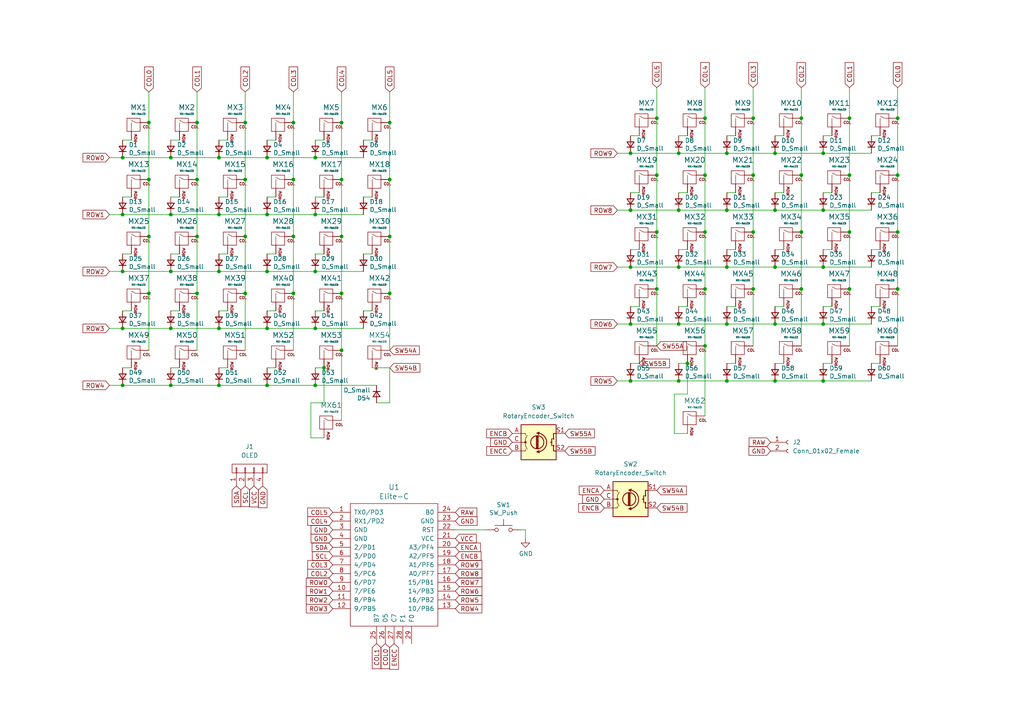
<source format=kicad_sch>
(kicad_sch (version 20211123) (generator eeschema)
  (paper "A4")
  (junction (at 260.35 50.8))
  (junction (at 77.47 62.23))
  (junction (at 85.09 52.07))
  (junction (at 49.53 111.76))
  (junction (at 224.79 60.96))
  (junction (at 246.38 67.31))
  (junction (at 113.03 85.09))
  (junction (at 246.38 50.8))
  (junction (at 210.82 93.98))
  (junction (at 77.47 95.25))
  (junction (at 196.85 60.96))
  (junction (at 71.12 85.09))
  (junction (at 49.53 95.25))
  (junction (at 35.56 111.76))
  (junction (at 77.47 45.72))
  (junction (at 232.41 67.31))
  (junction (at 43.18 35.56))
  (junction (at 260.35 67.31))
  (junction (at 238.76 44.45))
  (junction (at 85.09 68.58))
  (junction (at 63.5 62.23))
  (junction (at 196.85 44.45))
  (junction (at 113.03 68.58))
  (junction (at 204.47 34.29))
  (junction (at 199.39 105.41))
  (junction (at 63.5 111.76))
  (junction (at 204.47 50.8))
  (junction (at 196.85 77.47))
  (junction (at 35.56 62.23))
  (junction (at 182.88 60.96))
  (junction (at 35.56 78.74))
  (junction (at 182.88 77.47))
  (junction (at 238.76 93.98))
  (junction (at 190.5 67.31))
  (junction (at 190.5 34.29))
  (junction (at 63.5 95.25))
  (junction (at 63.5 45.72))
  (junction (at 77.47 78.74))
  (junction (at 85.09 85.09))
  (junction (at 35.56 45.72))
  (junction (at 210.82 110.49))
  (junction (at 182.88 93.98))
  (junction (at 113.03 35.56))
  (junction (at 93.98 106.68))
  (junction (at 91.44 111.76))
  (junction (at 91.44 95.25))
  (junction (at 218.44 67.31))
  (junction (at 238.76 110.49))
  (junction (at 49.53 62.23))
  (junction (at 224.79 110.49))
  (junction (at 210.82 77.47))
  (junction (at 71.12 52.07))
  (junction (at 260.35 34.29))
  (junction (at 91.44 45.72))
  (junction (at 260.35 83.82))
  (junction (at 210.82 60.96))
  (junction (at 57.15 85.09))
  (junction (at 71.12 35.56))
  (junction (at 99.06 52.07))
  (junction (at 57.15 35.56))
  (junction (at 43.18 52.07))
  (junction (at 91.44 78.74))
  (junction (at 238.76 60.96))
  (junction (at 77.47 111.76))
  (junction (at 99.06 35.56))
  (junction (at 57.15 52.07))
  (junction (at 218.44 83.82))
  (junction (at 49.53 45.72))
  (junction (at 204.47 83.82))
  (junction (at 196.85 110.49))
  (junction (at 218.44 34.29))
  (junction (at 85.09 35.56))
  (junction (at 182.88 44.45))
  (junction (at 113.03 52.07))
  (junction (at 57.15 68.58))
  (junction (at 232.41 34.29))
  (junction (at 190.5 83.82))
  (junction (at 238.76 77.47))
  (junction (at 196.85 93.98))
  (junction (at 71.12 68.58))
  (junction (at 43.18 85.09))
  (junction (at 99.06 101.6))
  (junction (at 99.06 68.58))
  (junction (at 182.88 110.49))
  (junction (at 91.44 62.23))
  (junction (at 218.44 50.8))
  (junction (at 43.18 68.58))
  (junction (at 224.79 93.98))
  (junction (at 232.41 83.82))
  (junction (at 232.41 50.8))
  (junction (at 204.47 67.31))
  (junction (at 204.47 100.33))
  (junction (at 246.38 83.82))
  (junction (at 224.79 44.45))
  (junction (at 246.38 34.29))
  (junction (at 99.06 85.09))
  (junction (at 49.53 78.74))
  (junction (at 224.79 77.47))
  (junction (at 210.82 44.45))
  (junction (at 63.5 78.74))
  (junction (at 35.56 95.25))
  (junction (at 190.5 50.8))
  (wire (pts (xy 43.18 35.56) (xy 43.18 52.07)))
  (wire (pts (xy 35.56 62.23) (xy 49.53 62.23)))
  (wire (pts (xy 90.17 127) (xy 90.17 116.84)))
  (wire (pts (xy 232.41 25.4) (xy 232.41 34.29)))
  (wire (pts (xy 35.56 78.74) (xy 49.53 78.74)))
  (wire (pts (xy 204.47 50.8) (xy 204.47 67.31)))
  (wire (pts (xy 196.85 88.9) (xy 199.39 88.9)))
  (wire (pts (xy 49.53 45.72) (xy 63.5 45.72)))
  (wire (pts (xy 190.5 67.31) (xy 190.5 83.82)))
  (wire (pts (xy 90.17 116.84) (xy 93.98 116.84)))
  (wire (pts (xy 43.18 85.09) (xy 43.18 101.6)))
  (wire (pts (xy 91.44 62.23) (xy 105.41 62.23)))
  (wire (pts (xy 71.12 85.09) (xy 71.12 101.6)))
  (wire (pts (xy 77.47 90.17) (xy 80.01 90.17)))
  (wire (pts (xy 252.73 88.9) (xy 255.27 88.9)))
  (wire (pts (xy 179.07 93.98) (xy 182.88 93.98)))
  (wire (pts (xy 204.47 67.31) (xy 204.47 83.82)))
  (wire (pts (xy 49.53 78.74) (xy 63.5 78.74)))
  (wire (pts (xy 63.5 62.23) (xy 77.47 62.23)))
  (wire (pts (xy 113.03 52.07) (xy 113.03 68.58)))
  (wire (pts (xy 260.35 67.31) (xy 260.35 83.82)))
  (wire (pts (xy 63.5 57.15) (xy 66.04 57.15)))
  (wire (pts (xy 35.56 95.25) (xy 49.53 95.25)))
  (wire (pts (xy 85.09 35.56) (xy 85.09 52.07)))
  (wire (pts (xy 210.82 77.47) (xy 224.79 77.47)))
  (wire (pts (xy 238.76 39.37) (xy 241.3 39.37)))
  (wire (pts (xy 35.56 45.72) (xy 49.53 45.72)))
  (wire (pts (xy 85.09 26.67) (xy 85.09 35.56)))
  (wire (pts (xy 196.85 93.98) (xy 210.82 93.98)))
  (wire (pts (xy 99.06 101.6) (xy 99.06 121.92)))
  (wire (pts (xy 196.85 55.88) (xy 199.39 55.88)))
  (wire (pts (xy 246.38 25.4) (xy 246.38 34.29)))
  (wire (pts (xy 91.44 40.64) (xy 93.98 40.64)))
  (wire (pts (xy 85.09 68.58) (xy 85.09 85.09)))
  (wire (pts (xy 113.03 68.58) (xy 113.03 85.09)))
  (wire (pts (xy 260.35 83.82) (xy 260.35 100.33)))
  (wire (pts (xy 77.47 106.68) (xy 80.01 106.68)))
  (wire (pts (xy 232.41 34.29) (xy 232.41 50.8)))
  (wire (pts (xy 232.41 50.8) (xy 232.41 67.31)))
  (wire (pts (xy 218.44 25.4) (xy 218.44 34.29)))
  (wire (pts (xy 182.88 39.37) (xy 185.42 39.37)))
  (wire (pts (xy 238.76 93.98) (xy 252.73 93.98)))
  (wire (pts (xy 35.56 40.64) (xy 38.1 40.64)))
  (wire (pts (xy 182.88 105.41) (xy 185.42 105.41)))
  (wire (pts (xy 77.47 95.25) (xy 91.44 95.25)))
  (wire (pts (xy 190.5 34.29) (xy 190.5 50.8)))
  (wire (pts (xy 31.75 62.23) (xy 35.56 62.23)))
  (wire (pts (xy 77.47 73.66) (xy 80.01 73.66)))
  (wire (pts (xy 232.41 83.82) (xy 232.41 100.33)))
  (wire (pts (xy 246.38 34.29) (xy 246.38 50.8)))
  (wire (pts (xy 182.88 93.98) (xy 196.85 93.98)))
  (wire (pts (xy 182.88 60.96) (xy 196.85 60.96)))
  (wire (pts (xy 238.76 77.47) (xy 252.73 77.47)))
  (wire (pts (xy 91.44 111.76) (xy 109.22 111.76)))
  (wire (pts (xy 57.15 52.07) (xy 57.15 68.58)))
  (wire (pts (xy 113.03 106.68) (xy 107.95 106.68)))
  (wire (pts (xy 224.79 88.9) (xy 227.33 88.9)))
  (wire (pts (xy 224.79 44.45) (xy 238.76 44.45)))
  (wire (pts (xy 31.75 95.25) (xy 35.56 95.25)))
  (wire (pts (xy 49.53 111.76) (xy 63.5 111.76)))
  (wire (pts (xy 190.5 25.4) (xy 190.5 34.29)))
  (wire (pts (xy 57.15 35.56) (xy 57.15 52.07)))
  (wire (pts (xy 77.47 57.15) (xy 80.01 57.15)))
  (wire (pts (xy 238.76 55.88) (xy 241.3 55.88)))
  (wire (pts (xy 199.39 105.41) (xy 199.39 114.3)))
  (wire (pts (xy 91.44 45.72) (xy 105.41 45.72)))
  (wire (pts (xy 113.03 26.67) (xy 113.03 35.56)))
  (wire (pts (xy 57.15 85.09) (xy 57.15 101.6)))
  (wire (pts (xy 77.47 111.76) (xy 91.44 111.76)))
  (wire (pts (xy 182.88 72.39) (xy 185.42 72.39)))
  (wire (pts (xy 35.56 57.15) (xy 38.1 57.15)))
  (wire (pts (xy 182.88 44.45) (xy 196.85 44.45)))
  (wire (pts (xy 91.44 73.66) (xy 93.98 73.66)))
  (wire (pts (xy 49.53 40.64) (xy 52.07 40.64)))
  (wire (pts (xy 179.07 44.45) (xy 182.88 44.45)))
  (wire (pts (xy 105.41 73.66) (xy 107.95 73.66)))
  (wire (pts (xy 43.18 68.58) (xy 43.18 85.09)))
  (wire (pts (xy 232.41 67.31) (xy 232.41 83.82)))
  (wire (pts (xy 49.53 106.68) (xy 52.07 106.68)))
  (wire (pts (xy 204.47 83.82) (xy 204.47 100.33)))
  (wire (pts (xy 210.82 39.37) (xy 213.36 39.37)))
  (wire (pts (xy 93.98 116.84) (xy 93.98 106.68)))
  (wire (pts (xy 63.5 78.74) (xy 77.47 78.74)))
  (wire (pts (xy 35.56 106.68) (xy 38.1 106.68)))
  (wire (pts (xy 204.47 34.29) (xy 204.47 50.8)))
  (wire (pts (xy 196.85 39.37) (xy 199.39 39.37)))
  (wire (pts (xy 210.82 60.96) (xy 224.79 60.96)))
  (wire (pts (xy 190.5 83.82) (xy 190.5 100.33)))
  (wire (pts (xy 196.85 105.41) (xy 199.39 105.41)))
  (wire (pts (xy 252.73 55.88) (xy 255.27 55.88)))
  (wire (pts (xy 179.07 110.49) (xy 182.88 110.49)))
  (wire (pts (xy 210.82 88.9) (xy 213.36 88.9)))
  (wire (pts (xy 238.76 105.41) (xy 241.3 105.41)))
  (wire (pts (xy 63.5 95.25) (xy 77.47 95.25)))
  (wire (pts (xy 93.98 127) (xy 90.17 127)))
  (wire (pts (xy 132.08 153.67) (xy 140.97 153.67)))
  (wire (pts (xy 179.07 60.96) (xy 182.88 60.96)))
  (wire (pts (xy 195.58 125.73) (xy 199.39 125.73)))
  (wire (pts (xy 238.76 44.45) (xy 252.73 44.45)))
  (wire (pts (xy 71.12 52.07) (xy 71.12 68.58)))
  (wire (pts (xy 218.44 83.82) (xy 218.44 100.33)))
  (wire (pts (xy 49.53 62.23) (xy 63.5 62.23)))
  (wire (pts (xy 252.73 39.37) (xy 255.27 39.37)))
  (wire (pts (xy 105.41 57.15) (xy 107.95 57.15)))
  (wire (pts (xy 77.47 40.64) (xy 80.01 40.64)))
  (wire (pts (xy 99.06 68.58) (xy 99.06 85.09)))
  (wire (pts (xy 49.53 73.66) (xy 52.07 73.66)))
  (wire (pts (xy 49.53 95.25) (xy 63.5 95.25)))
  (wire (pts (xy 63.5 90.17) (xy 66.04 90.17)))
  (wire (pts (xy 43.18 52.07) (xy 43.18 68.58)))
  (wire (pts (xy 210.82 72.39) (xy 213.36 72.39)))
  (wire (pts (xy 210.82 110.49) (xy 224.79 110.49)))
  (wire (pts (xy 260.35 25.4) (xy 260.35 34.29)))
  (wire (pts (xy 182.88 77.47) (xy 196.85 77.47)))
  (wire (pts (xy 210.82 44.45) (xy 224.79 44.45)))
  (wire (pts (xy 151.13 153.67) (xy 152.4 153.67)))
  (wire (pts (xy 91.44 57.15) (xy 93.98 57.15)))
  (wire (pts (xy 57.15 26.67) (xy 57.15 35.56)))
  (wire (pts (xy 246.38 83.82) (xy 246.38 100.33)))
  (wire (pts (xy 238.76 60.96) (xy 252.73 60.96)))
  (wire (pts (xy 63.5 73.66) (xy 66.04 73.66)))
  (wire (pts (xy 179.07 77.47) (xy 182.88 77.47)))
  (wire (pts (xy 218.44 50.8) (xy 218.44 67.31)))
  (wire (pts (xy 210.82 105.41) (xy 213.36 105.41)))
  (wire (pts (xy 190.5 50.8) (xy 190.5 67.31)))
  (wire (pts (xy 224.79 55.88) (xy 227.33 55.88)))
  (wire (pts (xy 224.79 110.49) (xy 238.76 110.49)))
  (wire (pts (xy 35.56 90.17) (xy 38.1 90.17)))
  (wire (pts (xy 71.12 35.56) (xy 71.12 52.07)))
  (wire (pts (xy 105.41 90.17) (xy 107.95 90.17)))
  (wire (pts (xy 31.75 45.72) (xy 35.56 45.72)))
  (wire (pts (xy 152.4 153.67) (xy 152.4 156.21)))
  (wire (pts (xy 99.06 35.56) (xy 99.06 52.07)))
  (wire (pts (xy 99.06 26.67) (xy 99.06 35.56)))
  (wire (pts (xy 77.47 78.74) (xy 91.44 78.74)))
  (wire (pts (xy 85.09 52.07) (xy 85.09 68.58)))
  (wire (pts (xy 260.35 50.8) (xy 260.35 67.31)))
  (wire (pts (xy 204.47 25.4) (xy 204.47 34.29)))
  (wire (pts (xy 49.53 57.15) (xy 52.07 57.15)))
  (wire (pts (xy 182.88 110.49) (xy 196.85 110.49)))
  (wire (pts (xy 195.58 125.73) (xy 195.58 114.3)))
  (wire (pts (xy 224.79 105.41) (xy 227.33 105.41)))
  (wire (pts (xy 252.73 105.41) (xy 255.27 105.41)))
  (wire (pts (xy 113.03 116.84) (xy 109.22 116.84)))
  (wire (pts (xy 246.38 50.8) (xy 246.38 67.31)))
  (wire (pts (xy 224.79 77.47) (xy 238.76 77.47)))
  (wire (pts (xy 99.06 85.09) (xy 99.06 101.6)))
  (wire (pts (xy 49.53 90.17) (xy 52.07 90.17)))
  (wire (pts (xy 246.38 67.31) (xy 246.38 83.82)))
  (wire (pts (xy 196.85 77.47) (xy 210.82 77.47)))
  (wire (pts (xy 31.75 111.76) (xy 35.56 111.76)))
  (wire (pts (xy 224.79 72.39) (xy 227.33 72.39)))
  (wire (pts (xy 63.5 45.72) (xy 77.47 45.72)))
  (wire (pts (xy 57.15 68.58) (xy 57.15 85.09)))
  (wire (pts (xy 113.03 85.09) (xy 113.03 101.6)))
  (wire (pts (xy 218.44 34.29) (xy 218.44 50.8)))
  (wire (pts (xy 210.82 93.98) (xy 224.79 93.98)))
  (wire (pts (xy 63.5 111.76) (xy 77.47 111.76)))
  (wire (pts (xy 196.85 44.45) (xy 210.82 44.45)))
  (wire (pts (xy 260.35 34.29) (xy 260.35 50.8)))
  (wire (pts (xy 91.44 95.25) (xy 105.41 95.25)))
  (wire (pts (xy 196.85 72.39) (xy 199.39 72.39)))
  (wire (pts (xy 63.5 106.68) (xy 66.04 106.68)))
  (wire (pts (xy 196.85 110.49) (xy 210.82 110.49)))
  (wire (pts (xy 31.75 78.74) (xy 35.56 78.74)))
  (wire (pts (xy 238.76 88.9) (xy 241.3 88.9)))
  (wire (pts (xy 182.88 88.9) (xy 185.42 88.9)))
  (wire (pts (xy 182.88 55.88) (xy 185.42 55.88)))
  (wire (pts (xy 252.73 72.39) (xy 255.27 72.39)))
  (wire (pts (xy 77.47 62.23) (xy 91.44 62.23)))
  (wire (pts (xy 77.47 45.72) (xy 91.44 45.72)))
  (wire (pts (xy 195.58 114.3) (xy 199.39 114.3)))
  (wire (pts (xy 85.09 85.09) (xy 85.09 101.6)))
  (wire (pts (xy 204.47 100.33) (xy 204.47 120.65)))
  (wire (pts (xy 224.79 39.37) (xy 227.33 39.37)))
  (wire (pts (xy 35.56 111.76) (xy 49.53 111.76)))
  (wire (pts (xy 43.18 26.67) (xy 43.18 35.56)))
  (wire (pts (xy 224.79 60.96) (xy 238.76 60.96)))
  (wire (pts (xy 71.12 26.67) (xy 71.12 35.56)))
  (wire (pts (xy 224.79 93.98) (xy 238.76 93.98)))
  (wire (pts (xy 91.44 90.17) (xy 93.98 90.17)))
  (wire (pts (xy 35.56 73.66) (xy 38.1 73.66)))
  (wire (pts (xy 113.03 106.68) (xy 113.03 116.84)))
  (wire (pts (xy 71.12 68.58) (xy 71.12 85.09)))
  (wire (pts (xy 218.44 67.31) (xy 218.44 83.82)))
  (wire (pts (xy 91.44 78.74) (xy 105.41 78.74)))
  (wire (pts (xy 238.76 72.39) (xy 241.3 72.39)))
  (wire (pts (xy 63.5 40.64) (xy 66.04 40.64)))
  (wire (pts (xy 91.44 106.68) (xy 93.98 106.68)))
  (wire (pts (xy 99.06 52.07) (xy 99.06 68.58)))
  (wire (pts (xy 113.03 35.56) (xy 113.03 52.07)))
  (wire (pts (xy 105.41 40.64) (xy 107.95 40.64)))
  (wire (pts (xy 238.76 110.49) (xy 252.73 110.49)))
  (wire (pts (xy 210.82 55.88) (xy 213.36 55.88)))
  (wire (pts (xy 196.85 60.96) (xy 210.82 60.96)))
  (global_label "ENCC" (shape input) (at 148.59 130.81 180) (property "Intersheet References" "${INTERSHEET_REFS}" (effects hide)))
  (global_label "ROW1" (shape input) (at 96.52 171.45 180) (property "Intersheet References" "${INTERSHEET_REFS}" (effects hide)))
  (global_label "ROW3" (shape input) (at 31.75 95.25 180) (property "Intersheet References" "${INTERSHEET_REFS}" (effects hide)))
  (global_label "COL1" (shape input) (at 246.38 25.4 90) (property "Intersheet References" "${INTERSHEET_REFS}" (effects hide)))
  (global_label "GND" (shape input) (at 96.52 153.67 180) (property "Intersheet References" "${INTERSHEET_REFS}" (effects hide)))
  (global_label "SCL" (shape input) (at 71.12 140.97 270) (property "Intersheet References" "${INTERSHEET_REFS}" (effects hide)))
  (global_label "ENCA" (shape input) (at 175.26 142.24 180) (property "Intersheet References" "${INTERSHEET_REFS}" (effects hide)))
  (global_label "GND" (shape input) (at 223.52 130.81 180) (property "Intersheet References" "${INTERSHEET_REFS}" (effects hide)))
  (global_label "VCC" (shape input) (at 73.66 140.97 270) (property "Intersheet References" "${INTERSHEET_REFS}" (effects hide)))
  (global_label "SDA" (shape input) (at 96.52 158.75 180) (property "Intersheet References" "${INTERSHEET_REFS}" (effects hide)))
  (global_label "SW54A" (shape input) (at 190.5 142.24 0) (property "Intersheet References" "${INTERSHEET_REFS}" (effects hide)))
  (global_label "ENCB" (shape input) (at 132.08 161.29 0) (property "Intersheet References" "${INTERSHEET_REFS}" (effects hide)))
  (global_label "ENCA" (shape input) (at 132.08 158.75 0) (property "Intersheet References" "${INTERSHEET_REFS}" (effects hide)))
  (global_label "COL5" (shape input) (at 190.5 25.4 90) (property "Intersheet References" "${INTERSHEET_REFS}" (effects hide)))
  (global_label "ROW4" (shape input) (at 31.75 111.76 180) (property "Intersheet References" "${INTERSHEET_REFS}" (effects hide)))
  (global_label "SW55B" (shape input) (at 185.42 105.41 0) (property "Intersheet References" "${INTERSHEET_REFS}" (effects hide)))
  (global_label "ROW1" (shape input) (at 31.75 62.23 180) (property "Intersheet References" "${INTERSHEET_REFS}" (effects hide)))
  (global_label "COL3" (shape input) (at 96.52 163.83 180) (property "Intersheet References" "${INTERSHEET_REFS}" (effects hide)))
  (global_label "ENCB" (shape input) (at 148.59 125.73 180) (property "Intersheet References" "${INTERSHEET_REFS}" (effects hide)))
  (global_label "GND" (shape input) (at 96.52 156.21 180) (property "Intersheet References" "${INTERSHEET_REFS}" (effects hide)))
  (global_label "SW55A" (shape input) (at 190.5 100.33 0) (property "Intersheet References" "${INTERSHEET_REFS}" (effects hide)))
  (global_label "ROW9" (shape input) (at 132.08 163.83 0) (property "Intersheet References" "${INTERSHEET_REFS}" (effects hide)))
  (global_label "ROW0" (shape input) (at 31.75 45.72 180) (property "Intersheet References" "${INTERSHEET_REFS}" (effects hide)))
  (global_label "ROW5" (shape input) (at 132.08 173.99 0) (property "Intersheet References" "${INTERSHEET_REFS}" (effects hide)))
  (global_label "ROW6" (shape input) (at 179.07 93.98 180) (property "Intersheet References" "${INTERSHEET_REFS}" (effects hide)))
  (global_label "RAW" (shape input) (at 132.08 148.59 0) (property "Intersheet References" "${INTERSHEET_REFS}" (effects hide)))
  (global_label "ROW4" (shape input) (at 132.08 176.53 0) (property "Intersheet References" "${INTERSHEET_REFS}" (effects hide)))
  (global_label "ROW7" (shape input) (at 179.07 77.47 180) (property "Intersheet References" "${INTERSHEET_REFS}" (effects hide)))
  (global_label "ROW8" (shape input) (at 132.08 166.37 0) (property "Intersheet References" "${INTERSHEET_REFS}" (effects hide)))
  (global_label "SW54A" (shape input) (at 113.03 101.6 0) (property "Intersheet References" "${INTERSHEET_REFS}" (effects hide)))
  (global_label "COL2" (shape input) (at 71.12 26.67 90) (property "Intersheet References" "${INTERSHEET_REFS}" (effects hide)))
  (global_label "ROW5" (shape input) (at 179.07 110.49 180) (property "Intersheet References" "${INTERSHEET_REFS}" (effects hide)))
  (global_label "COL5" (shape input) (at 113.03 26.67 90) (property "Intersheet References" "${INTERSHEET_REFS}" (effects hide)))
  (global_label "SW55B" (shape input) (at 163.83 130.81 0) (property "Intersheet References" "${INTERSHEET_REFS}" (effects hide)))
  (global_label "ENCB" (shape input) (at 175.26 147.32 180) (property "Intersheet References" "${INTERSHEET_REFS}" (effects hide)))
  (global_label "COL0" (shape input) (at 260.35 25.4 90) (property "Intersheet References" "${INTERSHEET_REFS}" (effects hide)))
  (global_label "COL0" (shape input) (at 43.18 26.67 90) (property "Intersheet References" "${INTERSHEET_REFS}" (effects hide)))
  (global_label "ROW8" (shape input) (at 179.07 60.96 180) (property "Intersheet References" "${INTERSHEET_REFS}" (effects hide)))
  (global_label "COL4" (shape input) (at 99.06 26.67 90) (property "Intersheet References" "${INTERSHEET_REFS}" (effects hide)))
  (global_label "RAW" (shape input) (at 223.52 128.27 180) (property "Intersheet References" "${INTERSHEET_REFS}" (effects hide)))
  (global_label "ENCC" (shape input) (at 114.3 186.69 270) (property "Intersheet References" "${INTERSHEET_REFS}" (effects hide)))
  (global_label "COL1" (shape input) (at 57.15 26.67 90) (property "Intersheet References" "${INTERSHEET_REFS}" (effects hide)))
  (global_label "SCL" (shape input) (at 96.52 161.29 180) (property "Intersheet References" "${INTERSHEET_REFS}" (effects hide)))
  (global_label "COL0" (shape input) (at 111.76 186.69 270) (property "Intersheet References" "${INTERSHEET_REFS}" (effects hide)))
  (global_label "COL2" (shape input) (at 96.52 166.37 180) (property "Intersheet References" "${INTERSHEET_REFS}" (effects hide)))
  (global_label "COL3" (shape input) (at 218.44 25.4 90) (property "Intersheet References" "${INTERSHEET_REFS}" (effects hide)))
  (global_label "COL4" (shape input) (at 204.47 25.4 90) (property "Intersheet References" "${INTERSHEET_REFS}" (effects hide)))
  (global_label "ROW0" (shape input) (at 96.52 168.91 180) (property "Intersheet References" "${INTERSHEET_REFS}" (effects hide)))
  (global_label "SW54B" (shape input) (at 190.5 147.32 0) (property "Intersheet References" "${INTERSHEET_REFS}" (effects hide)))
  (global_label "ROW2" (shape input) (at 31.75 78.74 180) (property "Intersheet References" "${INTERSHEET_REFS}" (effects hide)))
  (global_label "ROW2" (shape input) (at 96.52 173.99 180) (property "Intersheet References" "${INTERSHEET_REFS}" (effects hide)))
  (global_label "GND" (shape input) (at 132.08 151.13 0) (property "Intersheet References" "${INTERSHEET_REFS}" (effects hide)))
  (global_label "SW55A" (shape input) (at 163.83 125.73 0) (property "Intersheet References" "${INTERSHEET_REFS}" (effects hide)))
  (global_label "SDA" (shape input) (at 68.58 140.97 270) (property "Intersheet References" "${INTERSHEET_REFS}" (effects hide)))
  (global_label "COL5" (shape input) (at 96.52 148.59 180) (property "Intersheet References" "${INTERSHEET_REFS}" (effects hide)))
  (global_label "COL1" (shape input) (at 109.22 186.69 270) (property "Intersheet References" "${INTERSHEET_REFS}" (effects hide)))
  (global_label "GND" (shape input) (at 175.26 144.78 180) (property "Intersheet References" "${INTERSHEET_REFS}" (effects hide)))
  (global_label "ROW3" (shape input) (at 96.52 176.53 180) (property "Intersheet References" "${INTERSHEET_REFS}" (effects hide)))
  (global_label "COL4" (shape input) (at 96.52 151.13 180) (property "Intersheet References" "${INTERSHEET_REFS}" (effects hide)))
  (global_label "ROW6" (shape input) (at 132.08 171.45 0) (property "Intersheet References" "${INTERSHEET_REFS}" (effects hide)))
  (global_label "VCC" (shape input) (at 132.08 156.21 0) (property "Intersheet References" "${INTERSHEET_REFS}" (effects hide)))
  (global_label "ROW7" (shape input) (at 132.08 168.91 0) (property "Intersheet References" "${INTERSHEET_REFS}" (effects hide)))
  (global_label "GND" (shape input) (at 76.2 140.97 270) (property "Intersheet References" "${INTERSHEET_REFS}" (effects hide)))
  (global_label "COL3" (shape input) (at 85.09 26.67 90) (property "Intersheet References" "${INTERSHEET_REFS}" (effects hide)))
  (global_label "COL2" (shape input) (at 232.41 25.4 90) (property "Intersheet References" "${INTERSHEET_REFS}" (effects hide)))
  (global_label "GND" (shape input) (at 148.59 128.27 180) (property "Intersheet References" "${INTERSHEET_REFS}" (effects hide)))
  (global_label "SW54B" (shape input) (at 113.03 106.68 0) (property "Intersheet References" "${INTERSHEET_REFS}" (effects hide)))
  (global_label "ROW9" (shape input) (at 179.07 44.45 180) (property "Intersheet References" "${INTERSHEET_REFS}" (effects hide)))
  (symbol (lib_id "Device:D_Small") (at 182.88 107.95 90) (unit 1)
    (property "Reference" "D55" (at 184.658 106.7816 90) (effects (justify right)))
    (property "Value" "D_Small" (at 184.658 109.093 90) (effects (justify right)))
    (property "Footprint" "footprints:D3_hybrid_common_hole_connected_fix" (effects hide))
  )
  (symbol (lib_id "Device:D_Small") (at 238.76 58.42 90) (unit 1)
    (property "Reference" "D23" (at 240.538 57.2516 90) (effects (justify right)))
    (property "Value" "D_Small" (at 240.538 59.563 90) (effects (justify right)))
    (property "Footprint" "footprints:D3_hybrid_common_hole_connected_fix" (effects hide))
  )
  (symbol (lib_id "Device:D_Small") (at 224.79 41.91 90) (unit 1)
    (property "Reference" "D10" (at 226.568 40.7416 90) (effects (justify right)))
    (property "Value" "D_Small" (at 226.568 43.053 90) (effects (justify right)))
    (property "Footprint" "footprints:D3_hybrid_common_hole_connected_fix" (effects hide))
  )
  (symbol (lib_id "Device:D_Small") (at 252.73 74.93 90) (unit 1)
    (property "Reference" "D36" (at 254.508 73.7616 90) (effects (justify right)))
    (property "Value" "D_Small" (at 254.508 76.073 90) (effects (justify right)))
    (property "Footprint" "footprints:D3_hybrid_common_hole_connected_fix" (effects hide))
  )
  (symbol (lib_id "MX_Alps_Hybrid:MX-NoLED") (at 186.69 68.58 0) (unit 1)
    (property "Reference" "MX31" (at 187.5282 62.9158 0) (effects (font (size 1.524 1.524))))
    (property "Value" "MX-NoLED" (at 187.5282 64.7954 0) (effects (font (size 0.508 0.508))))
    (property "Footprint" "footprints:CherryMX_Hotswap" (effects hide))
  )
  (symbol (lib_id "Device:D_Small") (at 91.44 92.71 90) (unit 1)
    (property "Reference" "D41" (at 93.218 91.5416 90) (effects (justify right)))
    (property "Value" "D_Small" (at 93.218 93.853 90) (effects (justify right)))
    (property "Footprint" "footprints:D3_hybrid_common_hole_connected_fix" (effects hide))
  )
  (symbol (lib_id "Device:D_Small") (at 35.56 76.2 90) (unit 1)
    (property "Reference" "D25" (at 37.338 75.0316 90) (effects (justify right)))
    (property "Value" "D_Small" (at 37.338 77.343 90) (effects (justify right)))
    (property "Footprint" "footprints:D3_hybrid_common_hole_connected_fix" (effects hide))
  )
  (symbol (lib_id "MX_Alps_Hybrid:MX-NoLED") (at 81.28 36.83 0) (unit 1)
    (property "Reference" "MX4" (at 82.1182 31.1658 0) (effects (font (size 1.524 1.524))))
    (property "Value" "MX-NoLED" (at 82.1182 33.0454 0) (effects (font (size 0.508 0.508))))
    (property "Footprint" "footprints:CherryMX_Hotswap" (effects hide))
  )
  (symbol (lib_id "MX_Alps_Hybrid:MX-NoLED") (at 242.57 68.58 0) (unit 1)
    (property "Reference" "MX35" (at 243.4082 62.9158 0) (effects (font (size 1.524 1.524))))
    (property "Value" "MX-NoLED" (at 243.4082 64.7954 0) (effects (font (size 0.508 0.508))))
    (property "Footprint" "footprints:CherryMX_Hotswap" (effects hide))
  )
  (symbol (lib_id "MX_Alps_Hybrid:MX-NoLED") (at 95.25 86.36 0) (unit 1)
    (property "Reference" "MX41" (at 96.0882 80.6958 0) (effects (font (size 1.524 1.524))))
    (property "Value" "MX-NoLED" (at 96.0882 82.5754 0) (effects (font (size 0.508 0.508))))
    (property "Footprint" "footprints:CherryMX_Hotswap" (effects hide))
  )
  (symbol (lib_id "MX_Alps_Hybrid:MX-NoLED") (at 186.69 85.09 0) (unit 1)
    (property "Reference" "MX43" (at 187.5282 79.4258 0) (effects (font (size 1.524 1.524))))
    (property "Value" "MX-NoLED" (at 187.5282 81.3054 0) (effects (font (size 0.508 0.508))))
    (property "Footprint" "footprints:CherryMX_Hotswap" (effects hide))
  )
  (symbol (lib_id "Device:D_Small") (at 91.44 43.18 90) (unit 1)
    (property "Reference" "D5" (at 93.218 42.0116 90) (effects (justify right)))
    (property "Value" "D_Small" (at 93.218 44.323 90) (effects (justify right)))
    (property "Footprint" "footprints:D3_hybrid_common_hole_connected_fix" (effects hide))
  )
  (symbol (lib_id "Device:D_Small") (at 63.5 76.2 90) (unit 1)
    (property "Reference" "D27" (at 65.278 75.0316 90) (effects (justify right)))
    (property "Value" "D_Small" (at 65.278 77.343 90) (effects (justify right)))
    (property "Footprint" "footprints:D3_hybrid_common_hole_connected_fix" (effects hide))
  )
  (symbol (lib_id "MX_Alps_Hybrid:MX-NoLED") (at 214.63 68.58 0) (unit 1)
    (property "Reference" "MX33" (at 215.4682 62.9158 0) (effects (font (size 1.524 1.524))))
    (property "Value" "MX-NoLED" (at 215.4682 64.7954 0) (effects (font (size 0.508 0.508))))
    (property "Footprint" "footprints:CherryMX_Hotswap" (effects hide))
  )
  (symbol (lib_id "SouffleKeyboard-rescue:OLED-Lily58-cache") (at 72.39 135.89 90) (unit 1)
    (property "Reference" "J1" (at 72.39 129.54 90))
    (property "Value" "OLED" (at 72.39 132.08 90))
    (property "Footprint" "Connector_PinHeader_2.54mm:PinHeader_1x04_P2.54mm_Vertical" (effects hide))
  )
  (symbol (lib_id "Device:D_Small") (at 238.76 91.44 90) (unit 1)
    (property "Reference" "D47" (at 240.538 90.2716 90) (effects (justify right)))
    (property "Value" "D_Small" (at 240.538 92.583 90) (effects (justify right)))
    (property "Footprint" "footprints:D3_hybrid_common_hole_connected_fix" (effects hide))
  )
  (symbol (lib_id "Device:D_Small") (at 238.76 41.91 90) (unit 1)
    (property "Reference" "D11" (at 240.538 40.7416 90) (effects (justify right)))
    (property "Value" "D_Small" (at 240.538 43.053 90) (effects (justify right)))
    (property "Footprint" "footprints:D3_hybrid_common_hole_connected_fix" (effects hide))
  )
  (symbol (lib_id "MX_Alps_Hybrid:MX-NoLED") (at 67.31 36.83 0) (unit 1)
    (property "Reference" "MX3" (at 68.1482 31.1658 0) (effects (font (size 1.524 1.524))))
    (property "Value" "MX-NoLED" (at 68.1482 33.0454 0) (effects (font (size 0.508 0.508))))
    (property "Footprint" "footprints:CherryMX_Hotswap" (effects hide))
  )
  (symbol (lib_id "Device:D_Small") (at 252.73 41.91 90) (unit 1)
    (property "Reference" "D12" (at 254.508 40.7416 90) (effects (justify right)))
    (property "Value" "D_Small" (at 254.508 43.053 90) (effects (justify right)))
    (property "Footprint" "footprints:D3_hybrid_common_hole_connected_fix" (effects hide))
  )
  (symbol (lib_id "MX_Alps_Hybrid:MX-NoLED") (at 214.63 101.6 0) (unit 1)
    (property "Reference" "MX57" (at 215.4682 95.9358 0) (effects (font (size 1.524 1.524))))
    (property "Value" "MX-NoLED" (at 215.4682 97.8154 0) (effects (font (size 0.508 0.508))))
    (property "Footprint" "footprints:CherryMX_Hotswap" (effects hide))
  )
  (symbol (lib_id "MX_Alps_Hybrid:MX-NoLED") (at 53.34 53.34 0) (unit 1)
    (property "Reference" "MX14" (at 54.1782 47.6758 0) (effects (font (size 1.524 1.524))))
    (property "Value" "MX-NoLED" (at 54.1782 49.5554 0) (effects (font (size 0.508 0.508))))
    (property "Footprint" "footprints:CherryMX_Hotswap" (effects hide))
  )
  (symbol (lib_id "MX_Alps_Hybrid:MX-NoLED") (at 200.66 35.56 0) (unit 1)
    (property "Reference" "MX8" (at 201.4982 29.8958 0) (effects (font (size 1.524 1.524))))
    (property "Value" "MX-NoLED" (at 201.4982 31.7754 0) (effects (font (size 0.508 0.508))))
    (property "Footprint" "footprints:CherryMX_Hotswap" (effects hide))
  )
  (symbol (lib_id "Device:D_Small") (at 252.73 91.44 90) (unit 1)
    (property "Reference" "D48" (at 254.508 90.2716 90) (effects (justify right)))
    (property "Value" "D_Small" (at 254.508 92.583 90) (effects (justify right)))
    (property "Footprint" "footprints:D3_hybrid_common_hole_connected_fix" (effects hide))
  )
  (symbol (lib_id "Connector:Conn_01x02_Female") (at 228.6 128.27 0) (unit 1)
    (property "Reference" "J2" (at 229.87 128.2699 0) (effects (justify left)))
    (property "Value" "Conn_01x02_Female" (at 229.87 130.8099 0) (effects (justify left)))
    (property "Footprint" "Connector_PinHeader_2.54mm:PinHeader_1x02_P2.54mm_Vertical" (effects hide))
  )
  (symbol (lib_id "Device:D_Small") (at 196.85 58.42 90) (unit 1)
    (property "Reference" "D20" (at 198.628 57.2516 90) (effects (justify right)))
    (property "Value" "D_Small" (at 198.628 59.563 90) (effects (justify right)))
    (property "Footprint" "footprints:D3_hybrid_common_hole_connected_fix" (effects hide))
  )
  (symbol (lib_id "Device:D_Small") (at 105.41 59.69 90) (unit 1)
    (property "Reference" "D18" (at 107.188 58.5216 90) (effects (justify right)))
    (property "Value" "D_Small" (at 107.188 60.833 90) (effects (justify right)))
    (property "Footprint" "footprints:D3_hybrid_common_hole_connected_fix" (effects hide))
  )
  (symbol (lib_id "MX_Alps_Hybrid:MX-NoLED") (at 256.54 52.07 0) (unit 1)
    (property "Reference" "MX24" (at 257.3782 46.4058 0) (effects (font (size 1.524 1.524))))
    (property "Value" "MX-NoLED" (at 257.3782 48.2854 0) (effects (font (size 0.508 0.508))))
    (property "Footprint" "footprints:CherryMX_Hotswap" (effects hide))
  )
  (symbol (lib_id "MX_Alps_Hybrid:MX-NoLED") (at 214.63 85.09 0) (unit 1)
    (property "Reference" "MX45" (at 215.4682 79.4258 0) (effects (font (size 1.524 1.524))))
    (property "Value" "MX-NoLED" (at 215.4682 81.3054 0) (effects (font (size 0.508 0.508))))
    (property "Footprint" "footprints:CherryMX_Hotswap" (effects hide))
  )
  (symbol (lib_id "Device:D_Small") (at 91.44 76.2 90) (unit 1)
    (property "Reference" "D29" (at 93.218 75.0316 90) (effects (justify right)))
    (property "Value" "D_Small" (at 93.218 77.343 90) (effects (justify right)))
    (property "Footprint" "footprints:D3_hybrid_common_hole_connected_fix" (effects hide))
  )
  (symbol (lib_id "MX_Alps_Hybrid:MX-NoLED") (at 95.25 53.34 0) (unit 1)
    (property "Reference" "MX17" (at 96.0882 47.6758 0) (effects (font (size 1.524 1.524))))
    (property "Value" "MX-NoLED" (at 96.0882 49.5554 0) (effects (font (size 0.508 0.508))))
    (property "Footprint" "footprints:CherryMX_Hotswap" (effects hide))
  )
  (symbol (lib_id "Device:D_Small") (at 77.47 92.71 90) (unit 1)
    (property "Reference" "D40" (at 79.248 91.5416 90) (effects (justify right)))
    (property "Value" "D_Small" (at 79.248 93.853 90) (effects (justify right)))
    (property "Footprint" "footprints:D3_hybrid_common_hole_connected_fix" (effects hide))
  )
  (symbol (lib_id "Device:D_Small") (at 35.56 109.22 90) (unit 1)
    (property "Reference" "D49" (at 37.338 108.0516 90) (effects (justify right)))
    (property "Value" "D_Small" (at 37.338 110.363 90) (effects (justify right)))
    (property "Footprint" "footprints:D3_hybrid_common_hole_connected_fix" (effects hide))
  )
  (symbol (lib_id "MX_Alps_Hybrid:MX-NoLED") (at 256.54 68.58 0) (unit 1)
    (property "Reference" "MX36" (at 257.3782 62.9158 0) (effects (font (size 1.524 1.524))))
    (property "Value" "MX-NoLED" (at 257.3782 64.7954 0) (effects (font (size 0.508 0.508))))
    (property "Footprint" "footprints:CherryMX_Hotswap" (effects hide))
  )
  (symbol (lib_id "MX_Alps_Hybrid:MX-NoLED") (at 256.54 101.6 0) (unit 1)
    (property "Reference" "MX60" (at 257.3782 95.9358 0) (effects (font (size 1.524 1.524))))
    (property "Value" "MX-NoLED" (at 257.3782 97.8154 0) (effects (font (size 0.508 0.508))))
    (property "Footprint" "footprints:CherryMX_Hotswap" (effects hide))
  )
  (symbol (lib_id "MX_Alps_Hybrid:MX-NoLED") (at 109.22 69.85 0) (unit 1)
    (property "Reference" "MX30" (at 110.0582 64.1858 0) (effects (font (size 1.524 1.524))))
    (property "Value" "MX-NoLED" (at 110.0582 66.0654 0) (effects (font (size 0.508 0.508))))
    (property "Footprint" "footprints:CherryMX_Hotswap" (effects hide))
  )
  (symbol (lib_id "Device:D_Small") (at 224.79 58.42 90) (unit 1)
    (property "Reference" "D22" (at 226.568 57.2516 90) (effects (justify right)))
    (property "Value" "D_Small" (at 226.568 59.563 90) (effects (justify right)))
    (property "Footprint" "footprints:D3_hybrid_common_hole_connected_fix" (effects hide))
  )
  (symbol (lib_id "MX_Alps_Hybrid:MX-NoLED") (at 39.37 102.87 0) (unit 1)
    (property "Reference" "MX49" (at 40.2082 97.2058 0) (effects (font (size 1.524 1.524))))
    (property "Value" "MX-NoLED" (at 40.2082 99.0854 0) (effects (font (size 0.508 0.508))))
    (property "Footprint" "footprints:CherryMX_Hotswap" (effects hide))
  )
  (symbol (lib_id "MX_Alps_Hybrid:MX-NoLED") (at 200.66 52.07 0) (unit 1)
    (property "Reference" "MX20" (at 201.4982 46.4058 0) (effects (font (size 1.524 1.524))))
    (property "Value" "MX-NoLED" (at 201.4982 48.2854 0) (effects (font (size 0.508 0.508))))
    (property "Footprint" "footprints:CherryMX_Hotswap" (effects hide))
  )
  (symbol (lib_id "MX_Alps_Hybrid:MX-NoLED") (at 53.34 86.36 0) (unit 1)
    (property "Reference" "MX38" (at 54.1782 80.6958 0) (effects (font (size 1.524 1.524))))
    (property "Value" "MX-NoLED" (at 54.1782 82.5754 0) (effects (font (size 0.508 0.508))))
    (property "Footprint" "footprints:CherryMX_Hotswap" (effects hide))
  )
  (symbol (lib_id "Device:D_Small") (at 252.73 58.42 90) (unit 1)
    (property "Reference" "D24" (at 254.508 57.2516 90) (effects (justify right)))
    (property "Value" "D_Small" (at 254.508 59.563 90) (effects (justify right)))
    (property "Footprint" "footprints:D3_hybrid_common_hole_connected_fix" (effects hide))
  )
  (symbol (lib_id "MX_Alps_Hybrid:MX-NoLED") (at 228.6 52.07 0) (unit 1)
    (property "Reference" "MX22" (at 229.4382 46.4058 0) (effects (font (size 1.524 1.524))))
    (property "Value" "MX-NoLED" (at 229.4382 48.2854 0) (effects (font (size 0.508 0.508))))
    (property "Footprint" "footprints:CherryMX_Hotswap" (effects hide))
  )
  (symbol (lib_id "Device:D_Small") (at 196.85 91.44 90) (unit 1)
    (property "Reference" "D44" (at 198.628 90.2716 90) (effects (justify right)))
    (property "Value" "D_Small" (at 198.628 92.583 90) (effects (justify right)))
    (property "Footprint" "footprints:D3_hybrid_common_hole_connected_fix" (effects hide))
  )
  (symbol (lib_id "MX_Alps_Hybrid:MX-NoLED") (at 256.54 35.56 0) (unit 1)
    (property "Reference" "MX12" (at 257.3782 29.8958 0) (effects (font (size 1.524 1.524))))
    (property "Value" "MX-NoLED" (at 257.3782 31.7754 0) (effects (font (size 0.508 0.508))))
    (property "Footprint" "footprints:CherryMX_Hotswap" (effects hide))
  )
  (symbol (lib_id "keebio:Elite-C") (at 114.3 162.56 0) (unit 1)
    (property "Reference" "U1" (at 114.3 141.3002 0) (effects (font (size 1.524 1.524))))
    (property "Value" "Elite-C" (at 114.3 143.9926 0) (effects (font (size 1.524 1.524))))
    (property "Footprint" "footprints:Elite-C" (effects hide))
  )
  (symbol (lib_id "Device:D_Small") (at 77.47 43.18 90) (unit 1)
    (property "Reference" "D4" (at 79.248 42.0116 90) (effects (justify right)))
    (property "Value" "D_Small" (at 79.248 44.323 90) (effects (justify right)))
    (property "Footprint" "footprints:D3_hybrid_common_hole_connected_fix" (effects hide))
  )
  (symbol (lib_id "MX_Alps_Hybrid:MX-NoLED") (at 81.28 86.36 0) (unit 1)
    (property "Reference" "MX40" (at 82.1182 80.6958 0) (effects (font (size 1.524 1.524))))
    (property "Value" "MX-NoLED" (at 82.1182 82.5754 0) (effects (font (size 0.508 0.508))))
    (property "Footprint" "footprints:CherryMX_Hotswap" (effects hide))
  )
  (symbol (lib_id "MX_Alps_Hybrid:MX-NoLED") (at 214.63 52.07 0) (unit 1)
    (property "Reference" "MX21" (at 215.4682 46.4058 0) (effects (font (size 1.524 1.524))))
    (property "Value" "MX-NoLED" (at 215.4682 48.2854 0) (effects (font (size 0.508 0.508))))
    (property "Footprint" "footprints:CherryMX_Hotswap" (effects hide))
  )
  (symbol (lib_id "MX_Alps_Hybrid:MX-NoLED") (at 81.28 53.34 0) (unit 1)
    (property "Reference" "MX16" (at 82.1182 47.6758 0) (effects (font (size 1.524 1.524))))
    (property "Value" "MX-NoLED" (at 82.1182 49.5554 0) (effects (font (size 0.508 0.508))))
    (property "Footprint" "footprints:CherryMX_Hotswap" (effects hide))
  )
  (symbol (lib_id "MX_Alps_Hybrid:MX-NoLED") (at 200.66 85.09 0) (unit 1)
    (property "Reference" "MX44" (at 201.4982 79.4258 0) (effects (font (size 1.524 1.524))))
    (property "Value" "MX-NoLED" (at 201.4982 81.3054 0) (effects (font (size 0.508 0.508))))
    (property "Footprint" "footprints:CherryMX_Hotswap" (effects hide))
  )
  (symbol (lib_id "MX_Alps_Hybrid:MX-NoLED") (at 228.6 35.56 0) (unit 1)
    (property "Reference" "MX10" (at 229.4382 29.8958 0) (effects (font (size 1.524 1.524))))
    (property "Value" "MX-NoLED" (at 229.4382 31.7754 0) (effects (font (size 0.508 0.508))))
    (property "Footprint" "footprints:CherryMX_Hotswap" (effects hide))
  )
  (symbol (lib_id "MX_Alps_Hybrid:MX-NoLED") (at 109.22 86.36 0) (unit 1)
    (property "Reference" "MX42" (at 110.0582 80.6958 0) (effects (font (size 1.524 1.524))))
    (property "Value" "MX-NoLED" (at 110.0582 82.5754 0) (effects (font (size 0.508 0.508))))
    (property "Footprint" "footprints:CherryMX_Hotswap" (effects hide))
  )
  (symbol (lib_id "Device:D_Small") (at 196.85 41.91 90) (unit 1)
    (property "Reference" "D8" (at 198.628 40.7416 90) (effects (justify right)))
    (property "Value" "D_Small" (at 198.628 43.053 90) (effects (justify right)))
    (property "Footprint" "footprints:D3_hybrid_common_hole_connected_fix" (effects hide))
  )
  (symbol (lib_id "Device:D_Small") (at 210.82 74.93 90) (unit 1)
    (property "Reference" "D33" (at 212.598 73.7616 90) (effects (justify right)))
    (property "Value" "D_Small" (at 212.598 76.073 90) (effects (justify right)))
    (property "Footprint" "footprints:D3_hybrid_common_hole_connected_fix" (effects hide))
  )
  (symbol (lib_id "Device:D_Small") (at 49.53 43.18 90) (unit 1)
    (property "Reference" "D2" (at 51.308 42.0116 90) (effects (justify right)))
    (property "Value" "D_Small" (at 51.308 44.323 90) (effects (justify right)))
    (property "Footprint" "footprints:D3_hybrid_common_hole_connected_fix" (effects hide))
  )
  (symbol (lib_id "MX_Alps_Hybrid:MX-NoLED") (at 109.22 36.83 0) (unit 1)
    (property "Reference" "MX6" (at 110.0582 31.1658 0) (effects (font (size 1.524 1.524))))
    (property "Value" "MX-NoLED" (at 110.0582 33.0454 0) (effects (font (size 0.508 0.508))))
    (property "Footprint" "footprints:CherryMX_Hotswap" (effects hide))
  )
  (symbol (lib_id "MX_Alps_Hybrid:MX-NoLED") (at 53.34 69.85 0) (unit 1)
    (property "Reference" "MX26" (at 54.1782 64.1858 0) (effects (font (size 1.524 1.524))))
    (property "Value" "MX-NoLED" (at 54.1782 66.0654 0) (effects (font (size 0.508 0.508))))
    (property "Footprint" "footprints:CherryMX_Hotswap" (effects hide))
  )
  (symbol (lib_id "MX_Alps_Hybrid:MX-NoLED") (at 53.34 102.87 0) (unit 1)
    (property "Reference" "MX50" (at 54.1782 97.2058 0) (effects (font (size 1.524 1.524))))
    (property "Value" "MX-NoLED" (at 54.1782 99.0854 0) (effects (font (size 0.508 0.508))))
    (property "Footprint" "footprints:CherryMX_Hotswap" (effects hide))
  )
  (symbol (lib_id "Device:D_Small") (at 105.41 92.71 90) (unit 1)
    (property "Reference" "D42" (at 107.188 91.5416 90) (effects (justify right)))
    (property "Value" "D_Small" (at 107.188 93.853 90) (effects (justify right)))
    (property "Footprint" "footprints:D3_hybrid_common_hole_connected_fix" (effects hide))
  )
  (symbol (lib_id "Device:RotaryEncoder_Switch") (at 182.88 144.78 0) (unit 1)
    (property "Reference" "SW2" (at 182.88 134.62 0))
    (property "Value" "RotaryEncoder_Switch" (at 182.88 137.16 0))
    (property "Footprint" "footprints:RotaryEncoder_EC11" (effects hide))
  )
  (symbol (lib_id "MX_Alps_Hybrid:MX-NoLED") (at 186.69 35.56 0) (unit 1)
    (property "Reference" "MX7" (at 187.5282 29.8958 0) (effects (font (size 1.524 1.524))))
    (property "Value" "MX-NoLED" (at 187.5282 31.7754 0) (effects (font (size 0.508 0.508))))
    (property "Footprint" "footprints:CherryMX_Hotswap" (effects hide))
  )
  (symbol (lib_id "MX_Alps_Hybrid:MX-NoLED") (at 186.69 101.6 0) (unit 1)
    (property "Reference" "MX55" (at 187.5282 95.9358 0) (effects (font (size 1.524 1.524))))
    (property "Value" "MX-NoLED" (at 187.5282 97.8154 0) (effects (font (size 0.508 0.508))))
    (property "Footprint" "footprints:CherryMX_Hotswap" (effects hide))
  )
  (symbol (lib_id "Device:D_Small") (at 49.53 59.69 90) (unit 1)
    (property "Reference" "D14" (at 51.308 58.5216 90) (effects (justify right)))
    (property "Value" "D_Small" (at 51.308 60.833 90) (effects (justify right)))
    (property "Footprint" "footprints:D3_hybrid_common_hole_connected_fix" (effects hide))
  )
  (symbol (lib_id "MX_Alps_Hybrid:MX-NoLED") (at 200.66 121.92 0) (unit 1)
    (property "Reference" "MX62" (at 201.4982 116.2558 0) (effects (font (size 1.524 1.524))))
    (property "Value" "MX-NoLED" (at 201.4982 118.1354 0) (effects (font (size 0.508 0.508))))
    (property "Footprint" "footprints:CherryMX_Hotswap" (effects hide))
  )
  (symbol (lib_id "Device:D_Small") (at 238.76 74.93 90) (unit 1)
    (property "Reference" "D35" (at 240.538 73.7616 90) (effects (justify right)))
    (property "Value" "D_Small" (at 240.538 76.073 90) (effects (justify right)))
    (property "Footprint" "footprints:D3_hybrid_common_hole_connected_fix" (effects hide))
  )
  (symbol (lib_id "MX_Alps_Hybrid:MX-NoLED") (at 95.25 69.85 0) (unit 1)
    (property "Reference" "MX29" (at 96.0882 64.1858 0) (effects (font (size 1.524 1.524))))
    (property "Value" "MX-NoLED" (at 96.0882 66.0654 0) (effects (font (size 0.508 0.508))))
    (property "Footprint" "footprints:CherryMX_Hotswap" (effects hide))
  )
  (symbol (lib_id "MX_Alps_Hybrid:MX-NoLED") (at 242.57 35.56 0) (unit 1)
    (property "Reference" "MX11" (at 243.4082 29.8958 0) (effects (font (size 1.524 1.524))))
    (property "Value" "MX-NoLED" (at 243.4082 31.7754 0) (effects (font (size 0.508 0.508))))
    (property "Footprint" "footprints:CherryMX_Hotswap" (effects hide))
  )
  (symbol (lib_id "MX_Alps_Hybrid:MX-NoLED") (at 95.25 123.19 0) (unit 1)
    (property "Reference" "MX61" (at 96.0882 117.5258 0) (effects (font (size 1.524 1.524))))
    (property "Value" "MX-NoLED" (at 96.0882 119.4054 0) (effects (font (size 0.508 0.508))))
    (property "Footprint" "footprints:CherryMX_Hotswap" (effects hide))
  )
  (symbol (lib_id "MX_Alps_Hybrid:MX-NoLED") (at 200.66 68.58 0) (unit 1)
    (property "Reference" "MX32" (at 201.4982 62.9158 0) (effects (font (size 1.524 1.524))))
    (property "Value" "MX-NoLED" (at 201.4982 64.7954 0) (effects (font (size 0.508 0.508))))
    (property "Footprint" "footprints:CherryMX_Hotswap" (effects hide))
  )
  (symbol (lib_id "Device:D_Small") (at 91.44 59.69 90) (unit 1)
    (property "Reference" "D17" (at 93.218 58.5216 90) (effects (justify right)))
    (property "Value" "D_Small" (at 93.218 60.833 90) (effects (justify right)))
    (property "Footprint" "footprints:D3_hybrid_common_hole_connected_fix" (effects hide))
  )
  (symbol (lib_id "MX_Alps_Hybrid:MX-NoLED") (at 109.22 102.87 0) (unit 1)
    (property "Reference" "MX54" (at 110.0582 97.2058 0) (effects (font (size 1.524 1.524))))
    (property "Value" "MX-NoLED" (at 110.0582 99.0854 0) (effects (font (size 0.508 0.508))))
    (property "Footprint" "footprints:CherryMX_Hotswap" (effects hide))
  )
  (symbol (lib_id "Device:D_Small") (at 63.5 92.71 90) (unit 1)
    (property "Reference" "D39" (at 65.278 91.5416 90) (effects (justify right)))
    (property "Value" "D_Small" (at 65.278 93.853 90) (effects (justify right)))
    (property "Footprint" "footprints:D3_hybrid_common_hole_connected_fix" (effects hide))
  )
  (symbol (lib_id "Device:D_Small") (at 49.53 76.2 90) (unit 1)
    (property "Reference" "D26" (at 51.308 75.0316 90) (effects (justify right)))
    (property "Value" "D_Small" (at 51.308 77.343 90) (effects (justify right)))
    (property "Footprint" "footprints:D3_hybrid_common_hole_connected_fix" (effects hide))
  )
  (symbol (lib_id "MX_Alps_Hybrid:MX-NoLED") (at 39.37 36.83 0) (unit 1)
    (property "Reference" "MX1" (at 40.2082 31.1658 0) (effects (font (size 1.524 1.524))))
    (property "Value" "MX-NoLED" (at 40.2082 33.0454 0) (effects (font (size 0.508 0.508))))
    (property "Footprint" "footprints:CherryMX_Hotswap" (effects hide))
  )
  (symbol (lib_id "MX_Alps_Hybrid:MX-NoLED") (at 228.6 85.09 0) (unit 1)
    (property "Reference" "MX46" (at 229.4382 79.4258 0) (effects (font (size 1.524 1.524))))
    (property "Value" "MX-NoLED" (at 229.4382 81.3054 0) (effects (font (size 0.508 0.508))))
    (property "Footprint" "footprints:CherryMX_Hotswap" (effects hide))
  )
  (symbol (lib_id "Device:D_Small") (at 91.44 109.22 90) (unit 1)
    (property "Reference" "D53" (at 93.218 108.0516 90) (effects (justify right)))
    (property "Value" "D_Small" (at 93.218 110.363 90) (effects (justify right)))
    (property "Footprint" "footprints:D3_hybrid_common_hole_connected_fix" (effects hide))
  )
  (symbol (lib_id "MX_Alps_Hybrid:MX-NoLED") (at 67.31 86.36 0) (unit 1)
    (property "Reference" "MX39" (at 68.1482 80.6958 0) (effects (font (size 1.524 1.524))))
    (property "Value" "MX-NoLED" (at 68.1482 82.5754 0) (effects (font (size 0.508 0.508))))
    (property "Footprint" "footprints:CherryMX_Hotswap" (effects hide))
  )
  (symbol (lib_id "MX_Alps_Hybrid:MX-NoLED") (at 228.6 68.58 0) (unit 1)
    (property "Reference" "MX34" (at 229.4382 62.9158 0) (effects (font (size 1.524 1.524))))
    (property "Value" "MX-NoLED" (at 229.4382 64.7954 0) (effects (font (size 0.508 0.508))))
    (property "Footprint" "footprints:CherryMX_Hotswap" (effects hide))
  )
  (symbol (lib_id "Device:D_Small") (at 238.76 107.95 90) (unit 1)
    (property "Reference" "D59" (at 240.538 106.7816 90) (effects (justify right)))
    (property "Value" "D_Small" (at 240.538 109.093 90) (effects (justify right)))
    (property "Footprint" "footprints:D3_hybrid_common_hole_connected_fix" (effects hide))
  )
  (symbol (lib_id "MX_Alps_Hybrid:MX-NoLED") (at 214.63 35.56 0) (unit 1)
    (property "Reference" "MX9" (at 215.4682 29.8958 0) (effects (font (size 1.524 1.524))))
    (property "Value" "MX-NoLED" (at 215.4682 31.7754 0) (effects (font (size 0.508 0.508))))
    (property "Footprint" "footprints:CherryMX_Hotswap" (effects hide))
  )
  (symbol (lib_id "MX_Alps_Hybrid:MX-NoLED") (at 186.69 52.07 0) (unit 1)
    (property "Reference" "MX19" (at 187.5282 46.4058 0) (effects (font (size 1.524 1.524))))
    (property "Value" "MX-NoLED" (at 187.5282 48.2854 0) (effects (font (size 0.508 0.508))))
    (property "Footprint" "footprints:CherryMX_Hotswap" (effects hide))
  )
  (symbol (lib_id "MX_Alps_Hybrid:MX-NoLED") (at 256.54 85.09 0) (unit 1)
    (property "Reference" "MX48" (at 257.3782 79.4258 0) (effects (font (size 1.524 1.524))))
    (property "Value" "MX-NoLED" (at 257.3782 81.3054 0) (effects (font (size 0.508 0.508))))
    (property "Footprint" "footprints:CherryMX_Hotswap" (effects hide))
  )
  (symbol (lib_id "Device:D_Small") (at 105.41 43.18 90) (unit 1)
    (property "Reference" "D6" (at 107.188 42.0116 90) (effects (justify right)))
    (property "Value" "D_Small" (at 107.188 44.323 90) (effects (justify right)))
    (property "Footprint" "footprints:D3_hybrid_common_hole_connected_fix" (effects hide))
  )
  (symbol (lib_id "Device:D_Small") (at 35.56 43.18 90) (unit 1)
    (property "Reference" "D1" (at 37.338 42.0116 90) (effects (justify right)))
    (property "Value" "D_Small" (at 37.338 44.323 90) (effects (justify right)))
    (property "Footprint" "footprints:D3_hybrid_common_hole_connected_fix" (effects hide))
  )
  (symbol (lib_id "Device:D_Small") (at 35.56 92.71 90) (unit 1)
    (property "Reference" "D37" (at 37.338 91.5416 90) (effects (justify right)))
    (property "Value" "D_Small" (at 37.338 93.853 90) (effects (justify right)))
    (property "Footprint" "footprints:D3_hybrid_common_hole_connected_fix" (effects hide))
  )
  (symbol (lib_id "Device:D_Small") (at 77.47 109.22 90) (unit 1)
    (property "Reference" "D52" (at 79.248 108.0516 90) (effects (justify right)))
    (property "Value" "D_Small" (at 79.248 110.363 90) (effects (justify right)))
    (property "Footprint" "footprints:D3_hybrid_common_hole_connected_fix" (effects hide))
  )
  (symbol (lib_id "MX_Alps_Hybrid:MX-NoLED") (at 81.28 69.85 0) (unit 1)
    (property "Reference" "MX28" (at 82.1182 64.1858 0) (effects (font (size 1.524 1.524))))
    (property "Value" "MX-NoLED" (at 82.1182 66.0654 0) (effects (font (size 0.508 0.508))))
    (property "Footprint" "footprints:CherryMX_Hotswap" (effects hide))
  )
  (symbol (lib_id "Device:D_Small") (at 49.53 92.71 90) (unit 1)
    (property "Reference" "D38" (at 51.308 91.5416 90) (effects (justify right)))
    (property "Value" "D_Small" (at 51.308 93.853 90) (effects (justify right)))
    (property "Footprint" "footprints:D3_hybrid_common_hole_connected_fix" (effects hide))
  )
  (symbol (lib_id "MX_Alps_Hybrid:MX-NoLED") (at 67.31 102.87 0) (unit 1)
    (property "Reference" "MX51" (at 68.1482 97.2058 0) (effects (font (size 1.524 1.524))))
    (property "Value" "MX-NoLED" (at 68.1482 99.0854 0) (effects (font (size 0.508 0.508))))
    (property "Footprint" "footprints:CherryMX_Hotswap" (effects hide))
  )
  (symbol (lib_id "MX_Alps_Hybrid:MX-NoLED") (at 242.57 101.6 0) (unit 1)
    (property "Reference" "MX59" (at 243.4082 95.9358 0) (effects (font (size 1.524 1.524))))
    (property "Value" "MX-NoLED" (at 243.4082 97.8154 0) (effects (font (size 0.508 0.508))))
    (property "Footprint" "footprints:CherryMX_Hotswap" (effects hide))
  )
  (symbol (lib_id "Device:D_Small") (at 182.88 58.42 90) (unit 1)
    (property "Reference" "D19" (at 184.658 57.2516 90) (effects (justify right)))
    (property "Value" "D_Small" (at 184.658 59.563 90) (effects (justify right)))
    (property "Footprint" "footprints:D3_hybrid_common_hole_connected_fix" (effects hide))
  )
  (symbol (lib_id "Device:D_Small") (at 182.88 74.93 90) (unit 1)
    (property "Reference" "D31" (at 184.658 73.7616 90) (effects (justify right)))
    (property "Value" "D_Small" (at 184.658 76.073 90) (effects (justify right)))
    (property "Footprint" "footprints:D3_hybrid_common_hole_connected_fix" (effects hide))
  )
  (symbol (lib_id "power:GND") (at 152.4 156.21 0) (unit 1)
    (property "Reference" "#PWR01" (effects hide))
    (property "Value" "GND" (at 152.527 160.6042 0))
  )
  (symbol (lib_id "Device:D_Small") (at 63.5 59.69 90) (unit 1)
    (property "Reference" "D15" (at 65.278 58.5216 90) (effects (justify right)))
    (property "Value" "D_Small" (at 65.278 60.833 90) (effects (justify right)))
    (property "Footprint" "footprints:D3_hybrid_common_hole_connected_fix" (effects hide))
  )
  (symbol (lib_id "Device:D_Small") (at 210.82 107.95 90) (unit 1)
    (property "Reference" "D57" (at 212.598 106.7816 90) (effects (justify right)))
    (property "Value" "D_Small" (at 212.598 109.093 90) (effects (justify right)))
    (property "Footprint" "footprints:D3_hybrid_common_hole_connected_fix" (effects hide))
  )
  (symbol (lib_id "Device:D_Small") (at 196.85 107.95 90) (unit 1)
    (property "Reference" "D56" (at 198.628 106.7816 90) (effects (justify right)))
    (property "Value" "D_Small" (at 198.628 109.093 90) (effects (justify right)))
    (property "Footprint" "footprints:D3_hybrid_common_hole_connected_fix" (effects hide))
  )
  (symbol (lib_id "MX_Alps_Hybrid:MX-NoLED") (at 242.57 52.07 0) (unit 1)
    (property "Reference" "MX23" (at 243.4082 46.4058 0) (effects (font (size 1.524 1.524))))
    (property "Value" "MX-NoLED" (at 243.4082 48.2854 0) (effects (font (size 0.508 0.508))))
    (property "Footprint" "footprints:CherryMX_Hotswap" (effects hide))
  )
  (symbol (lib_id "MX_Alps_Hybrid:MX-NoLED") (at 228.6 101.6 0) (unit 1)
    (property "Reference" "MX58" (at 229.4382 95.9358 0) (effects (font (size 1.524 1.524))))
    (property "Value" "MX-NoLED" (at 229.4382 97.8154 0) (effects (font (size 0.508 0.508))))
    (property "Footprint" "footprints:CherryMX_Hotswap" (effects hide))
  )
  (symbol (lib_id "Device:D_Small") (at 182.88 91.44 90) (unit 1)
    (property "Reference" "D43" (at 184.658 90.2716 90) (effects (justify right)))
    (property "Value" "D_Small" (at 184.658 92.583 90) (effects (justify right)))
    (property "Footprint" "footprints:D3_hybrid_common_hole_connected_fix" (effects hide))
  )
  (symbol (lib_id "Device:D_Small") (at 35.56 59.69 90) (unit 1)
    (property "Reference" "D13" (at 37.338 58.5216 90) (effects (justify right)))
    (property "Value" "D_Small" (at 37.338 60.833 90) (effects (justify right)))
    (property "Footprint" "footprints:D3_hybrid_common_hole_connected_fix" (effects hide))
  )
  (symbol (lib_id "Device:D_Small") (at 77.47 76.2 90) (unit 1)
    (property "Reference" "D28" (at 79.248 75.0316 90) (effects (justify right)))
    (property "Value" "D_Small" (at 79.248 77.343 90) (effects (justify right)))
    (property "Footprint" "footprints:D3_hybrid_common_hole_connected_fix" (effects hide))
  )
  (symbol (lib_id "Device:D_Small") (at 224.79 107.95 90) (unit 1)
    (property "Reference" "D58" (at 226.568 106.7816 90) (effects (justify right)))
    (property "Value" "D_Small" (at 226.568 109.093 90) (effects (justify right)))
    (property "Footprint" "footprints:D3_hybrid_common_hole_connected_fix" (effects hide))
  )
  (symbol (lib_id "Device:D_Small") (at 196.85 74.93 90) (unit 1)
    (property "Reference" "D32" (at 198.628 73.7616 90) (effects (justify right)))
    (property "Value" "D_Small" (at 198.628 76.073 90) (effects (justify right)))
    (property "Footprint" "footprints:D3_hybrid_common_hole_connected_fix" (effects hide))
  )
  (symbol (lib_id "Device:D_Small") (at 109.22 114.3 270) (unit 1)
    (property "Reference" "D54" (at 107.442 115.4684 90) (effects (justify right)))
    (property "Value" "D_Small" (at 107.442 113.157 90) (effects (justify right)))
    (property "Footprint" "footprints:D3_hybrid_common_hole_connected_fix" (effects hide))
  )
  (symbol (lib_id "Device:RotaryEncoder_Switch") (at 156.21 128.27 0) (unit 1)
    (property "Reference" "SW3" (at 156.21 118.11 0))
    (property "Value" "RotaryEncoder_Switch" (at 156.21 120.65 0))
    (property "Footprint" "footprints:RotaryEncoder_EC11" (effects hide))
  )
  (symbol (lib_id "MX_Alps_Hybrid:MX-NoLED") (at 242.57 85.09 0) (unit 1)
    (property "Reference" "MX47" (at 243.4082 79.4258 0) (effects (font (size 1.524 1.524))))
    (property "Value" "MX-NoLED" (at 243.4082 81.3054 0) (effects (font (size 0.508 0.508))))
    (property "Footprint" "footprints:CherryMX_Hotswap" (effects hide))
  )
  (symbol (lib_id "Device:D_Small") (at 210.82 58.42 90) (unit 1)
    (property "Reference" "D21" (at 212.598 57.2516 90) (effects (justify right)))
    (property "Value" "D_Small" (at 212.598 59.563 90) (effects (justify right)))
    (property "Footprint" "footprints:D3_hybrid_common_hole_connected_fix" (effects hide))
  )
  (symbol (lib_id "Device:D_Small") (at 252.73 107.95 90) (unit 1)
    (property "Reference" "D60" (at 254.508 106.7816 90) (effects (justify right)))
    (property "Value" "D_Small" (at 254.508 109.093 90) (effects (justify right)))
    (property "Footprint" "footprints:D3_hybrid_common_hole_connected_fix" (effects hide))
  )
  (symbol (lib_id "MX_Alps_Hybrid:MX-NoLED") (at 109.22 53.34 0) (unit 1)
    (property "Reference" "MX18" (at 110.0582 47.6758 0) (effects (font (size 1.524 1.524))))
    (property "Value" "MX-NoLED" (at 110.0582 49.5554 0) (effects (font (size 0.508 0.508))))
    (property "Footprint" "footprints:CherryMX_Hotswap" (effects hide))
  )
  (symbol (lib_id "MX_Alps_Hybrid:MX-NoLED") (at 67.31 69.85 0) (unit 1)
    (property "Reference" "MX27" (at 68.1482 64.1858 0) (effects (font (size 1.524 1.524))))
    (property "Value" "MX-NoLED" (at 68.1482 66.0654 0) (effects (font (size 0.508 0.508))))
    (property "Footprint" "footprints:CherryMX_Hotswap" (effects hide))
  )
  (symbol (lib_id "MX_Alps_Hybrid:MX-NoLED") (at 39.37 86.36 0) (unit 1)
    (property "Reference" "MX37" (at 40.2082 80.6958 0) (effects (font (size 1.524 1.524))))
    (property "Value" "MX-NoLED" (at 40.2082 82.5754 0) (effects (font (size 0.508 0.508))))
    (property "Footprint" "footprints:CherryMX_Hotswap" (effects hide))
  )
  (symbol (lib_id "MX_Alps_Hybrid:MX-NoLED") (at 200.66 101.6 0) (unit 1)
    (property "Reference" "MX56" (at 201.4982 95.9358 0) (effects (font (size 1.524 1.524))))
    (property "Value" "MX-NoLED" (at 201.4982 97.8154 0) (effects (font (size 0.508 0.508))))
    (property "Footprint" "footprints:CherryMX_Hotswap" (effects hide))
  )
  (symbol (lib_id "Device:D_Small") (at 210.82 41.91 90) (unit 1)
    (property "Reference" "D9" (at 212.598 40.7416 90) (effects (justify right)))
    (property "Value" "D_Small" (at 212.598 43.053 90) (effects (justify right)))
    (property "Footprint" "footprints:D3_hybrid_common_hole_connected_fix" (effects hide))
  )
  (symbol (lib_id "MX_Alps_Hybrid:MX-NoLED") (at 95.25 102.87 0) (unit 1)
    (property "Reference" "MX53" (at 96.0882 97.2058 0) (effects (font (size 1.524 1.524))))
    (property "Value" "MX-NoLED" (at 96.0882 99.0854 0) (effects (font (size 0.508 0.508))))
    (property "Footprint" "footprints:CherryMX_Hotswap" (effects hide))
  )
  (symbol (lib_id "MX_Alps_Hybrid:MX-NoLED") (at 53.34 36.83 0) (unit 1)
    (property "Reference" "MX2" (at 54.1782 31.1658 0) (effects (font (size 1.524 1.524))))
    (property "Value" "MX-NoLED" (at 54.1782 33.0454 0) (effects (font (size 0.508 0.508))))
    (property "Footprint" "footprints:CherryMX_Hotswap" (effects hide))
  )
  (symbol (lib_id "MX_Alps_Hybrid:MX-NoLED") (at 81.28 102.87 0) (unit 1)
    (property "Reference" "MX52" (at 82.1182 97.2058 0) (effects (font (size 1.524 1.524))))
    (property "Value" "MX-NoLED" (at 82.1182 99.0854 0) (effects (font (size 0.508 0.508))))
    (property "Footprint" "footprints:CherryMX_Hotswap" (effects hide))
  )
  (symbol (lib_id "Device:D_Small") (at 63.5 109.22 90) (unit 1)
    (property "Reference" "D51" (at 65.278 108.0516 90) (effects (justify right)))
    (property "Value" "D_Small" (at 65.278 110.363 90) (effects (justify right)))
    (property "Footprint" "footprints:D3_hybrid_common_hole_connected_fix" (effects hide))
  )
  (symbol (lib_id "MX_Alps_Hybrid:MX-NoLED") (at 95.25 36.83 0) (unit 1)
    (property "Reference" "MX5" (at 96.0882 31.1658 0) (effects (font (size 1.524 1.524))))
    (property "Value" "MX-NoLED" (at 96.0882 33.0454 0) (effects (font (size 0.508 0.508))))
    (property "Footprint" "footprints:CherryMX_Hotswap" (effects hide))
  )
  (symbol (lib_id "Device:D_Small") (at 77.47 59.69 90) (unit 1)
    (property "Reference" "D16" (at 79.248 58.5216 90) (effects (justify right)))
    (property "Value" "D_Small" (at 79.248 60.833 90) (effects (justify right)))
    (property "Footprint" "footprints:D3_hybrid_common_hole_connected_fix" (effects hide))
  )
  (symbol (lib_id "Device:D_Small") (at 224.79 74.93 90) (unit 1)
    (property "Reference" "D34" (at 226.568 73.7616 90) (effects (justify right)))
    (property "Value" "D_Small" (at 226.568 76.073 90) (effects (justify right)))
    (property "Footprint" "footprints:D3_hybrid_common_hole_connected_fix" (effects hide))
  )
  (symbol (lib_id "MX_Alps_Hybrid:MX-NoLED") (at 39.37 69.85 0) (unit 1)
    (property "Reference" "MX25" (at 40.2082 64.1858 0) (effects (font (size 1.524 1.524))))
    (property "Value" "MX-NoLED" (at 40.2082 66.0654 0) (effects (font (size 0.508 0.508))))
    (property "Footprint" "footprints:CherryMX_Hotswap" (effects hide))
  )
  (symbol (lib_id "MX_Alps_Hybrid:MX-NoLED") (at 67.31 53.34 0) (unit 1)
    (property "Reference" "MX15" (at 68.1482 47.6758 0) (effects (font (size 1.524 1.524))))
    (property "Value" "MX-NoLED" (at 68.1482 49.5554 0) (effects (font (size 0.508 0.508))))
    (property "Footprint" "footprints:CherryMX_Hotswap" (effects hide))
  )
  (symbol (lib_id "Device:D_Small") (at 224.79 91.44 90) (unit 1)
    (property "Reference" "D46" (at 226.568 90.2716 90) (effects (justify right)))
    (property "Value" "D_Small" (at 226.568 92.583 90) (effects (justify right)))
    (property "Footprint" "footprints:D3_hybrid_common_hole_connected_fix" (effects hide))
  )
  (symbol (lib_id "Device:D_Small") (at 49.53 109.22 90) (unit 1)
    (property "Reference" "D50" (at 51.308 108.0516 90) (effects (justify right)))
    (property "Value" "D_Small" (at 51.308 110.363 90) (effects (justify right)))
    (property "Footprint" "footprints:D3_hybrid_common_hole_connected_fix" (effects hide))
  )
  (symbol (lib_id "Switch:SW_Push") (at 146.05 153.67 0) (unit 1)
    (property "Reference" "SW1" (at 146.05 146.431 0))
    (property "Value" "SW_Push" (at 146.05 148.7424 0))
    (property "Footprint" "footprints:SW_Tactile_SPST_Angled_MJTP1117_fixed" (effects hide))
  )
  (symbol (lib_id "Device:D_Small") (at 105.41 76.2 90) (unit 1)
    (property "Reference" "D30" (at 107.188 75.0316 90) (effects (justify right)))
    (property "Value" "D_Small" (at 107.188 77.343 90) (effects (justify right)))
    (property "Footprint" "footprints:D3_hybrid_common_hole_connected_fix" (effects hide))
  )
  (symbol (lib_id "MX_Alps_Hybrid:MX-NoLED") (at 39.37 53.34 0) (unit 1)
    (property "Reference" "MX13" (at 40.2082 47.6758 0) (effects (font (size 1.524 1.524))))
    (property "Value" "MX-NoLED" (at 40.2082 49.5554 0) (effects (font (size 0.508 0.508))))
    (property "Footprint" "footprints:CherryMX_Hotswap" (effects hide))
  )
  (symbol (lib_id "Device:D_Small") (at 63.5 43.18 90) (unit 1)
    (property "Reference" "D3" (at 65.278 42.0116 90) (effects (justify right)))
    (property "Value" "D_Small" (at 65.278 44.323 90) (effects (justify right)))
    (property "Footprint" "footprints:D3_hybrid_common_hole_connected_fix" (effects hide))
  )
  (symbol (lib_id "Device:D_Small") (at 210.82 91.44 90) (unit 1)
    (property "Reference" "D45" (at 212.598 90.2716 90) (effects (justify right)))
    (property "Value" "D_Small" (at 212.598 92.583 90) (effects (justify right)))
    (property "Footprint" "footprints:D3_hybrid_common_hole_connected_fix" (effects hide))
  )
  (symbol (lib_id "Device:D_Small") (at 182.88 41.91 90) (unit 1)
    (property "Reference" "D7" (at 184.658 40.7416 90) (effects (justify right)))
    (property "Value" "D_Small" (at 184.658 43.053 90) (effects (justify right)))
    (property "Footprint" "footprints:D3_hybrid_common_hole_connected_fix" (effects hide))
  )
)
</source>
